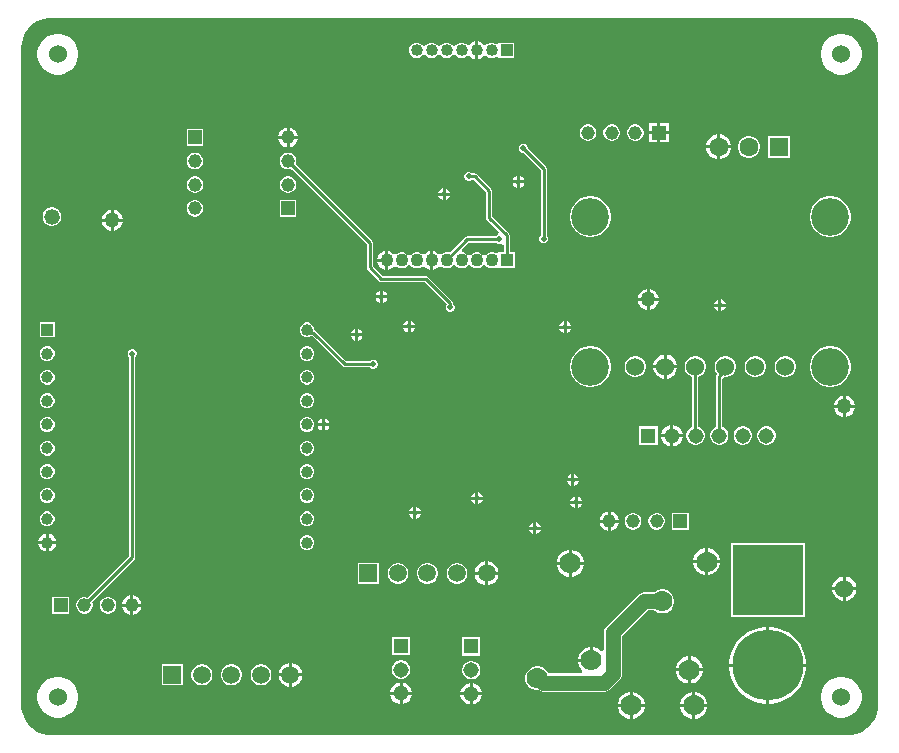
<source format=gbl>
G04*
G04 #@! TF.GenerationSoftware,Altium Limited,Altium Designer,25.8.1 (18)*
G04*
G04 Layer_Physical_Order=2*
G04 Layer_Color=16711680*
%FSLAX25Y25*%
%MOIN*%
G70*
G04*
G04 #@! TF.SameCoordinates,C76D9226-5B89-478B-BDFE-737DA55DB7C2*
G04*
G04*
G04 #@! TF.FilePolarity,Positive*
G04*
G01*
G75*
%ADD12C,0.01000*%
%ADD34R,0.04528X0.04528*%
%ADD66C,0.06000*%
%ADD75C,0.05000*%
%ADD78R,0.23622X0.23622*%
%ADD79C,0.06024*%
%ADD80R,0.05937X0.05937*%
%ADD81C,0.04528*%
%ADD82R,0.03976X0.03976*%
%ADD83R,0.05150X0.05150*%
%ADD84C,0.03976*%
%ADD85R,0.04528X0.04528*%
%ADD86R,0.03969X0.03969*%
%ADD87C,0.06319*%
%ADD88C,0.05150*%
%ADD89C,0.23622*%
%ADD90C,0.04281*%
%ADD91C,0.05937*%
%ADD92C,0.03969*%
%ADD93R,0.05150X0.05150*%
%ADD94C,0.05200*%
%ADD95R,0.04281X0.04281*%
%ADD96R,0.06319X0.06319*%
%ADD97C,0.12598*%
%ADD98C,0.05000*%
%ADD99C,0.02000*%
%ADD100C,0.07000*%
G36*
X275590Y238740D02*
X276575D01*
X278507Y238356D01*
X280327Y237602D01*
X281965Y236508D01*
X283358Y235115D01*
X284452Y233477D01*
X285206Y231657D01*
X285591Y229725D01*
Y228740D01*
X285591D01*
X285591Y9606D01*
X285591D01*
X285591Y9213D01*
X285515Y8244D01*
X285206Y6689D01*
X284452Y4870D01*
X283358Y3232D01*
X281965Y1839D01*
X280327Y744D01*
X278507Y-9D01*
X276575Y-394D01*
X275590D01*
Y-394D01*
X10079Y-394D01*
X9094Y-394D01*
X7162Y-9D01*
X5342Y744D01*
X3704Y1839D01*
X2311Y3232D01*
X1217Y4870D01*
X463Y6689D01*
X79Y8621D01*
Y9606D01*
X79Y228740D01*
X79D01*
X79Y229134D01*
X154Y230103D01*
X463Y231657D01*
X1217Y233477D01*
X2311Y235115D01*
X3704Y236508D01*
X5342Y237602D01*
X7162Y238356D01*
X9094Y238740D01*
X10079D01*
Y238740D01*
X275590Y238740D01*
D02*
G37*
%LPC*%
G36*
X151311Y230834D02*
X150658Y230659D01*
X149976Y230265D01*
X149611Y229900D01*
X149400Y229712D01*
X148349Y229855D01*
X148221Y229983D01*
X147306Y230362D01*
X146316D01*
X145402Y229983D01*
X144915Y229496D01*
X144311Y229367D01*
X143708Y229496D01*
X143220Y229983D01*
X142306Y230362D01*
X141316D01*
X140402Y229983D01*
X139915Y229496D01*
X139311Y229367D01*
X138707Y229496D01*
X138221Y229983D01*
X137306Y230362D01*
X136316D01*
X135402Y229983D01*
X134915Y229496D01*
X134311Y229367D01*
X133707Y229496D01*
X133221Y229983D01*
X132306Y230362D01*
X131316D01*
X130402Y229983D01*
X129702Y229283D01*
X129323Y228369D01*
Y227379D01*
X129702Y226465D01*
X130402Y225765D01*
X131316Y225386D01*
X132306D01*
X133221Y225765D01*
X133707Y226252D01*
X134311Y226381D01*
X134915Y226252D01*
X135402Y225765D01*
X136316Y225386D01*
X137306D01*
X138221Y225765D01*
X138707Y226252D01*
X139311Y226381D01*
X139915Y226252D01*
X140402Y225765D01*
X141316Y225386D01*
X142306D01*
X143220Y225765D01*
X143708Y226252D01*
X144311Y226381D01*
X144915Y226252D01*
X145402Y225765D01*
X146316Y225386D01*
X147306D01*
X148221Y225765D01*
X148349Y225893D01*
X149400Y226037D01*
X149611Y225848D01*
X149976Y225483D01*
X150658Y225090D01*
X151311Y224914D01*
Y227874D01*
Y230834D01*
D02*
G37*
G36*
X152311Y230834D02*
Y227874D01*
Y224914D01*
X152964Y225090D01*
X153646Y225483D01*
X154011Y225848D01*
X154222Y226037D01*
X155273Y225893D01*
X155402Y225765D01*
X156316Y225386D01*
X157306D01*
X158221Y225765D01*
X158323Y225867D01*
X159323Y225453D01*
Y225386D01*
X164299D01*
Y230362D01*
X159323D01*
Y230295D01*
X158323Y229881D01*
X158221Y229983D01*
X157306Y230362D01*
X156316D01*
X155402Y229983D01*
X155273Y229855D01*
X154222Y229712D01*
X154011Y229900D01*
X153646Y230265D01*
X152964Y230659D01*
X152311Y230834D01*
D02*
G37*
G36*
X274056Y233335D02*
X272716D01*
X271403Y233073D01*
X270165Y232561D01*
X269052Y231817D01*
X268105Y230870D01*
X267360Y229756D01*
X266848Y228519D01*
X266587Y227205D01*
Y225866D01*
X266848Y224552D01*
X267360Y223315D01*
X268105Y222201D01*
X269052Y221254D01*
X270165Y220510D01*
X271403Y219998D01*
X272716Y219736D01*
X274056D01*
X275369Y219998D01*
X276606Y220510D01*
X277720Y221254D01*
X278667Y222201D01*
X279411Y223315D01*
X279924Y224552D01*
X280185Y225866D01*
Y227205D01*
X279924Y228519D01*
X279411Y229756D01*
X278667Y230870D01*
X277720Y231817D01*
X276606Y232561D01*
X275369Y233073D01*
X274056Y233335D01*
D02*
G37*
G36*
X12874D02*
X11535D01*
X10221Y233073D01*
X8984Y232561D01*
X7870Y231817D01*
X6923Y230870D01*
X6179Y229756D01*
X5667Y228519D01*
X5406Y227205D01*
Y225866D01*
X5667Y224552D01*
X6179Y223315D01*
X6923Y222201D01*
X7870Y221254D01*
X8984Y220510D01*
X10221Y219998D01*
X11535Y219736D01*
X12874D01*
X14188Y219998D01*
X15425Y220510D01*
X16539Y221254D01*
X17486Y222201D01*
X18230Y223315D01*
X18743Y224552D01*
X19004Y225866D01*
Y227205D01*
X18743Y228519D01*
X18230Y229756D01*
X17486Y230870D01*
X16539Y231817D01*
X15425Y232561D01*
X14188Y233073D01*
X12874Y233335D01*
D02*
G37*
G36*
X215862Y203658D02*
X213098D01*
Y200894D01*
X215862D01*
Y203658D01*
D02*
G37*
G36*
X212098D02*
X209335D01*
Y200894D01*
X212098D01*
Y203658D01*
D02*
G37*
G36*
X89476Y202064D02*
Y199319D01*
X92221D01*
X92018Y200079D01*
X91588Y200823D01*
X90980Y201431D01*
X90236Y201860D01*
X89476Y202064D01*
D02*
G37*
G36*
X88476D02*
X87717Y201860D01*
X86972Y201431D01*
X86365Y200823D01*
X85935Y200079D01*
X85731Y199319D01*
X88476D01*
Y202064D01*
D02*
G37*
G36*
X205088Y203157D02*
X204361D01*
X203658Y202969D01*
X203027Y202605D01*
X202513Y202091D01*
X202149Y201461D01*
X201961Y200758D01*
Y200030D01*
X202149Y199327D01*
X202513Y198697D01*
X203027Y198182D01*
X203658Y197818D01*
X204361Y197630D01*
X205088D01*
X205791Y197818D01*
X206421Y198182D01*
X206936Y198697D01*
X207300Y199327D01*
X207488Y200030D01*
Y200758D01*
X207300Y201461D01*
X206936Y202091D01*
X206421Y202605D01*
X205791Y202969D01*
X205088Y203157D01*
D02*
G37*
G36*
X197214D02*
X196486D01*
X195784Y202969D01*
X195153Y202605D01*
X194639Y202091D01*
X194275Y201461D01*
X194087Y200758D01*
Y200030D01*
X194275Y199327D01*
X194639Y198697D01*
X195153Y198182D01*
X195784Y197818D01*
X196486Y197630D01*
X197214D01*
X197917Y197818D01*
X198547Y198182D01*
X199062Y198697D01*
X199426Y199327D01*
X199614Y200030D01*
Y200758D01*
X199426Y201461D01*
X199062Y202091D01*
X198547Y202605D01*
X197917Y202969D01*
X197214Y203157D01*
D02*
G37*
G36*
X189340D02*
X188612D01*
X187910Y202969D01*
X187279Y202605D01*
X186765Y202091D01*
X186401Y201461D01*
X186213Y200758D01*
Y200030D01*
X186401Y199327D01*
X186765Y198697D01*
X187279Y198182D01*
X187910Y197818D01*
X188612Y197630D01*
X189340D01*
X190043Y197818D01*
X190673Y198182D01*
X191188Y198697D01*
X191552Y199327D01*
X191740Y200030D01*
Y200758D01*
X191552Y201461D01*
X191188Y202091D01*
X190673Y202605D01*
X190043Y202969D01*
X189340Y203157D01*
D02*
G37*
G36*
X215862Y199894D02*
X213098D01*
Y197130D01*
X215862D01*
Y199894D01*
D02*
G37*
G36*
X212098D02*
X209335D01*
Y197130D01*
X212098D01*
Y199894D01*
D02*
G37*
G36*
X233067Y199829D02*
X233020D01*
Y196169D01*
X236679D01*
Y196217D01*
X236396Y197275D01*
X235848Y198223D01*
X235074Y198998D01*
X234125Y199545D01*
X233067Y199829D01*
D02*
G37*
G36*
X232020D02*
X231972D01*
X230914Y199545D01*
X229966Y198998D01*
X229191Y198223D01*
X228644Y197275D01*
X228360Y196217D01*
Y196169D01*
X232020D01*
Y199829D01*
D02*
G37*
G36*
X60638Y201583D02*
X55110D01*
Y196055D01*
X60638D01*
Y201583D01*
D02*
G37*
G36*
X92221Y198319D02*
X89476D01*
Y195574D01*
X90236Y195777D01*
X90980Y196207D01*
X91588Y196815D01*
X92018Y197559D01*
X92221Y198319D01*
D02*
G37*
G36*
X88476D02*
X85731D01*
X85935Y197559D01*
X86365Y196815D01*
X86972Y196207D01*
X87717Y195777D01*
X88476Y195574D01*
Y198319D01*
D02*
G37*
G36*
X256179Y199329D02*
X248860D01*
Y192010D01*
X256179D01*
Y199329D01*
D02*
G37*
G36*
X243002D02*
X242038D01*
X241107Y199079D01*
X240273Y198598D01*
X239591Y197916D01*
X239110Y197082D01*
X238860Y196151D01*
Y195187D01*
X239110Y194257D01*
X239591Y193422D01*
X240273Y192741D01*
X241107Y192259D01*
X242038Y192010D01*
X243002D01*
X243932Y192259D01*
X244767Y192741D01*
X245448Y193422D01*
X245930Y194257D01*
X246179Y195187D01*
Y196151D01*
X245930Y197082D01*
X245448Y197916D01*
X244767Y198598D01*
X243932Y199079D01*
X243002Y199329D01*
D02*
G37*
G36*
X236679Y195169D02*
X233020D01*
Y191510D01*
X233067D01*
X234125Y191793D01*
X235074Y192341D01*
X235848Y193115D01*
X236396Y194064D01*
X236679Y195122D01*
Y195169D01*
D02*
G37*
G36*
X232020D02*
X228360D01*
Y195122D01*
X228644Y194064D01*
X229191Y193115D01*
X229966Y192341D01*
X230914Y191793D01*
X231972Y191510D01*
X232020D01*
Y195169D01*
D02*
G37*
G36*
X58238Y193709D02*
X57510D01*
X56807Y193520D01*
X56177Y193157D01*
X55662Y192642D01*
X55299Y192012D01*
X55110Y191309D01*
Y190581D01*
X55299Y189878D01*
X55662Y189248D01*
X56177Y188733D01*
X56807Y188370D01*
X57510Y188181D01*
X58238D01*
X58941Y188370D01*
X59571Y188733D01*
X60086Y189248D01*
X60449Y189878D01*
X60638Y190581D01*
Y191309D01*
X60449Y192012D01*
X60086Y192642D01*
X59571Y193157D01*
X58941Y193520D01*
X58238Y193709D01*
D02*
G37*
G36*
X166272Y186013D02*
Y184555D01*
X167729D01*
X167467Y185188D01*
X166905Y185751D01*
X166272Y186013D01*
D02*
G37*
G36*
X165272D02*
X164639Y185751D01*
X164076Y185188D01*
X163814Y184555D01*
X165272D01*
Y186013D01*
D02*
G37*
G36*
X167729Y183555D02*
X166272D01*
Y182097D01*
X166905Y182360D01*
X167467Y182922D01*
X167729Y183555D01*
D02*
G37*
G36*
X165272D02*
X163814D01*
X164076Y182922D01*
X164639Y182360D01*
X165272Y182097D01*
Y183555D01*
D02*
G37*
G36*
X141445Y181879D02*
Y180421D01*
X142903D01*
X142640Y181054D01*
X142078Y181617D01*
X141445Y181879D01*
D02*
G37*
G36*
X140445D02*
X139812Y181617D01*
X139249Y181054D01*
X138987Y180421D01*
X140445D01*
Y181879D01*
D02*
G37*
G36*
X89340Y185835D02*
X88613D01*
X87910Y185646D01*
X87279Y185282D01*
X86765Y184768D01*
X86401Y184138D01*
X86213Y183435D01*
Y182707D01*
X86401Y182004D01*
X86765Y181374D01*
X87279Y180859D01*
X87910Y180495D01*
X88613Y180307D01*
X89340D01*
X90043Y180495D01*
X90673Y180859D01*
X91188Y181374D01*
X91552Y182004D01*
X91740Y182707D01*
Y183435D01*
X91552Y184138D01*
X91188Y184768D01*
X90673Y185282D01*
X90043Y185646D01*
X89340Y185835D01*
D02*
G37*
G36*
X58238Y185835D02*
X57510D01*
X56807Y185646D01*
X56177Y185282D01*
X55662Y184768D01*
X55299Y184138D01*
X55110Y183435D01*
Y182707D01*
X55299Y182004D01*
X55662Y181374D01*
X56177Y180859D01*
X56807Y180495D01*
X57510Y180307D01*
X58238D01*
X58941Y180495D01*
X59571Y180859D01*
X60086Y181374D01*
X60449Y182004D01*
X60638Y182707D01*
Y183435D01*
X60449Y184138D01*
X60086Y184768D01*
X59571Y185282D01*
X58941Y185646D01*
X58238Y185835D01*
D02*
G37*
G36*
X142903Y179421D02*
X141445D01*
Y177964D01*
X142078Y178226D01*
X142640Y178788D01*
X142903Y179421D01*
D02*
G37*
G36*
X140445D02*
X138987D01*
X139249Y178788D01*
X139812Y178226D01*
X140445Y177964D01*
Y179421D01*
D02*
G37*
G36*
X91740Y177961D02*
X86213D01*
Y172433D01*
X91740D01*
Y177961D01*
D02*
G37*
G36*
X58238Y177961D02*
X57510D01*
X56807Y177772D01*
X56177Y177408D01*
X55662Y176894D01*
X55299Y176264D01*
X55110Y175561D01*
Y174833D01*
X55299Y174130D01*
X55662Y173500D01*
X56177Y172985D01*
X56807Y172621D01*
X57510Y172433D01*
X58238D01*
X58941Y172621D01*
X59571Y172985D01*
X60086Y173500D01*
X60449Y174130D01*
X60638Y174833D01*
Y175561D01*
X60449Y176264D01*
X60086Y176894D01*
X59571Y177408D01*
X58941Y177772D01*
X58238Y177961D01*
D02*
G37*
G36*
X30815Y174749D02*
Y171760D01*
X33805D01*
X33576Y172611D01*
X33116Y173409D01*
X32464Y174060D01*
X31666Y174521D01*
X30815Y174749D01*
D02*
G37*
G36*
X29815D02*
X28964Y174521D01*
X28166Y174060D01*
X27514Y173409D01*
X27053Y172611D01*
X26825Y171760D01*
X29815D01*
Y174749D01*
D02*
G37*
G36*
X10644Y175541D02*
X9828D01*
X9040Y175330D01*
X8333Y174922D01*
X7756Y174344D01*
X7348Y173637D01*
X7136Y172849D01*
Y172033D01*
X7348Y171244D01*
X7756Y170537D01*
X8333Y169960D01*
X9040Y169552D01*
X9828Y169341D01*
X10644D01*
X11433Y169552D01*
X12140Y169960D01*
X12717Y170537D01*
X13125Y171244D01*
X13336Y172033D01*
Y172849D01*
X13125Y173637D01*
X12717Y174344D01*
X12140Y174922D01*
X11433Y175330D01*
X10644Y175541D01*
D02*
G37*
G36*
X33805Y170760D02*
X30815D01*
Y167770D01*
X31666Y167998D01*
X32464Y168459D01*
X33116Y169111D01*
X33576Y169909D01*
X33805Y170760D01*
D02*
G37*
G36*
X29815D02*
X26825D01*
X27053Y169909D01*
X27514Y169111D01*
X28166Y168459D01*
X28964Y167998D01*
X29815Y167770D01*
Y170760D01*
D02*
G37*
G36*
X270355Y179240D02*
X269015D01*
X267702Y178979D01*
X266464Y178466D01*
X265351Y177722D01*
X264404Y176775D01*
X263660Y175662D01*
X263147Y174424D01*
X262886Y173111D01*
Y171771D01*
X263147Y170458D01*
X263660Y169220D01*
X264404Y168107D01*
X265351Y167160D01*
X266464Y166416D01*
X267702Y165903D01*
X269015Y165642D01*
X270355D01*
X271668Y165903D01*
X272906Y166416D01*
X274019Y167160D01*
X274966Y168107D01*
X275710Y169220D01*
X276223Y170458D01*
X276484Y171771D01*
Y173111D01*
X276223Y174424D01*
X275710Y175662D01*
X274966Y176775D01*
X274019Y177722D01*
X272906Y178466D01*
X271668Y178979D01*
X270355Y179240D01*
D02*
G37*
G36*
X190433D02*
X189094D01*
X187781Y178979D01*
X186543Y178466D01*
X185430Y177722D01*
X184483Y176775D01*
X183739Y175662D01*
X183226Y174424D01*
X182965Y173111D01*
Y171771D01*
X183226Y170458D01*
X183739Y169220D01*
X184483Y168107D01*
X185430Y167160D01*
X186543Y166416D01*
X187781Y165903D01*
X189094Y165642D01*
X190433D01*
X191747Y165903D01*
X192984Y166416D01*
X194098Y167160D01*
X195045Y168107D01*
X195789Y169220D01*
X196301Y170458D01*
X196563Y171771D01*
Y173111D01*
X196301Y174424D01*
X195789Y175662D01*
X195045Y176775D01*
X194098Y177722D01*
X192984Y178466D01*
X191747Y178979D01*
X190433Y179240D01*
D02*
G37*
G36*
X167621Y196776D02*
X167025D01*
X166473Y196547D01*
X166051Y196125D01*
X165823Y195574D01*
Y194977D01*
X166051Y194426D01*
X166473Y194004D01*
X167025Y193776D01*
X167381D01*
X173137Y188020D01*
Y166153D01*
X172885Y165901D01*
X172656Y165350D01*
Y164753D01*
X172885Y164202D01*
X173307Y163780D01*
X173858Y163552D01*
X174455D01*
X175006Y163780D01*
X175428Y164202D01*
X175656Y164753D01*
Y165350D01*
X175428Y165901D01*
X175176Y166153D01*
Y188442D01*
X175098Y188832D01*
X174877Y189163D01*
X168823Y195218D01*
Y195574D01*
X168595Y196125D01*
X168173Y196547D01*
X167621Y196776D01*
D02*
G37*
G36*
X149511Y187327D02*
X148914D01*
X148363Y187098D01*
X147941Y186676D01*
X147713Y186125D01*
Y185528D01*
X147941Y184977D01*
X148363Y184555D01*
X148914Y184327D01*
X149511D01*
X150062Y184555D01*
X150314Y184807D01*
X150759D01*
X155024Y180542D01*
Y171909D01*
X155101Y171519D01*
X155322Y171188D01*
X159211Y167300D01*
X158902Y166300D01*
X158350Y166072D01*
X158098Y165820D01*
X148737D01*
X148347Y165742D01*
X148016Y165521D01*
X142830Y160335D01*
X142159Y160515D01*
X141463D01*
X140792Y160335D01*
X140327Y160066D01*
X139351Y159809D01*
X139001Y160125D01*
X138739Y160387D01*
X138023Y160801D01*
X137311Y160991D01*
Y157874D01*
Y154757D01*
X138023Y154947D01*
X138739Y155361D01*
X139001Y155623D01*
X139351Y155939D01*
X140327Y155682D01*
X140792Y155413D01*
X141463Y155234D01*
X142159D01*
X142830Y155413D01*
X143432Y155761D01*
X143683Y156011D01*
X144311Y156161D01*
X144939Y156011D01*
X145190Y155761D01*
X145792Y155413D01*
X146463Y155234D01*
X147159D01*
X147830Y155413D01*
X148432Y155761D01*
X148683Y156011D01*
X149311Y156161D01*
X149939Y156011D01*
X150190Y155761D01*
X150792Y155413D01*
X151463Y155234D01*
X152159D01*
X152830Y155413D01*
X153432Y155761D01*
X153683Y156011D01*
X154311Y156161D01*
X154939Y156011D01*
X155190Y155761D01*
X155792Y155413D01*
X156463Y155234D01*
X157159D01*
X157830Y155413D01*
X158170Y155610D01*
X159170Y155234D01*
Y155234D01*
X164452D01*
Y160515D01*
X162831D01*
Y166142D01*
X162753Y166532D01*
X162532Y166863D01*
X157063Y172332D01*
Y180965D01*
X156985Y181355D01*
X156764Y181685D01*
X151902Y186548D01*
X151571Y186769D01*
X151181Y186846D01*
X150314D01*
X150062Y187098D01*
X149511Y187327D01*
D02*
G37*
G36*
X121311Y160991D02*
X120599Y160801D01*
X119883Y160387D01*
X119298Y159802D01*
X118885Y159086D01*
X118694Y158374D01*
X121311D01*
Y160991D01*
D02*
G37*
G36*
X122311Y160991D02*
Y157874D01*
Y154757D01*
X123023Y154947D01*
X123739Y155361D01*
X124001Y155623D01*
X124351Y155939D01*
X125327Y155682D01*
X125792Y155413D01*
X126463Y155234D01*
X127159D01*
X127830Y155413D01*
X128432Y155761D01*
X128683Y156011D01*
X129311Y156161D01*
X129939Y156011D01*
X130190Y155761D01*
X130792Y155413D01*
X131463Y155234D01*
X132159D01*
X132830Y155413D01*
X133296Y155682D01*
X134271Y155939D01*
X134621Y155623D01*
X134883Y155361D01*
X135599Y154947D01*
X136311Y154757D01*
Y157874D01*
Y160991D01*
X135599Y160801D01*
X134883Y160387D01*
X134621Y160125D01*
X134271Y159809D01*
X133296Y160066D01*
X132830Y160335D01*
X132159Y160515D01*
X131463D01*
X130792Y160335D01*
X130190Y159987D01*
X129939Y159737D01*
X129311Y159587D01*
X128683Y159737D01*
X128432Y159987D01*
X127830Y160335D01*
X127159Y160515D01*
X126463D01*
X125792Y160335D01*
X125327Y160066D01*
X124351Y159809D01*
X124001Y160125D01*
X123739Y160387D01*
X123023Y160801D01*
X122311Y160991D01*
D02*
G37*
G36*
X121311Y157374D02*
X118694D01*
X118885Y156662D01*
X119298Y155946D01*
X119883Y155361D01*
X120599Y154947D01*
X121311Y154757D01*
Y157374D01*
D02*
G37*
G36*
X120579Y147627D02*
Y146169D01*
X122036D01*
X121774Y146802D01*
X121212Y147365D01*
X120579Y147627D01*
D02*
G37*
G36*
X119579D02*
X118946Y147365D01*
X118383Y146802D01*
X118121Y146169D01*
X119579D01*
Y147627D01*
D02*
G37*
G36*
X209469Y148352D02*
Y145362D01*
X212458D01*
X212230Y146213D01*
X211769Y147011D01*
X211118Y147663D01*
X210319Y148124D01*
X209469Y148352D01*
D02*
G37*
G36*
X208469D02*
X207618Y148124D01*
X206820Y147663D01*
X206168Y147011D01*
X205707Y146213D01*
X205479Y145362D01*
X208469D01*
Y148352D01*
D02*
G37*
G36*
X122036Y145169D02*
X120579D01*
Y143712D01*
X121212Y143974D01*
X121774Y144536D01*
X122036Y145169D01*
D02*
G37*
G36*
X119579D02*
X118121D01*
X118383Y144536D01*
X118946Y143974D01*
X119579Y143712D01*
Y145169D01*
D02*
G37*
G36*
X233425Y144871D02*
Y143413D01*
X234883D01*
X234621Y144046D01*
X234058Y144609D01*
X233425Y144871D01*
D02*
G37*
G36*
X232425D02*
X231792Y144609D01*
X231230Y144046D01*
X230967Y143413D01*
X232425D01*
Y144871D01*
D02*
G37*
G36*
X212458Y144362D02*
X209469D01*
Y141373D01*
X210319Y141601D01*
X211118Y142061D01*
X211769Y142713D01*
X212230Y143511D01*
X212458Y144362D01*
D02*
G37*
G36*
X208469D02*
X205479D01*
X205707Y143511D01*
X206168Y142713D01*
X206820Y142061D01*
X207618Y141601D01*
X208469Y141373D01*
Y144362D01*
D02*
G37*
G36*
X234883Y142413D02*
X233425D01*
Y140956D01*
X234058Y141218D01*
X234621Y141780D01*
X234883Y142413D01*
D02*
G37*
G36*
X232425D02*
X230967D01*
X231230Y141780D01*
X231792Y141218D01*
X232425Y140956D01*
Y142413D01*
D02*
G37*
G36*
X89340Y193709D02*
X88613D01*
X87910Y193520D01*
X87279Y193157D01*
X86765Y192642D01*
X86401Y192012D01*
X86213Y191309D01*
Y190581D01*
X86401Y189878D01*
X86765Y189248D01*
X87279Y188733D01*
X87910Y188370D01*
X88613Y188181D01*
X89340D01*
X90043Y188370D01*
X90086Y188394D01*
X115122Y163357D01*
Y155492D01*
X115200Y155102D01*
X115421Y154771D01*
X119338Y150854D01*
X119669Y150633D01*
X120059Y150555D01*
X134617D01*
X141963Y143209D01*
Y143197D01*
X141742Y142976D01*
X141513Y142424D01*
Y141828D01*
X141742Y141276D01*
X142164Y140854D01*
X142715Y140626D01*
X143312D01*
X143863Y140854D01*
X144285Y141276D01*
X144513Y141828D01*
Y142424D01*
X144285Y142976D01*
X144003Y143258D01*
Y143631D01*
X143925Y144021D01*
X143704Y144352D01*
X135760Y152296D01*
X135430Y152517D01*
X135039Y152594D01*
X120481D01*
X117161Y155914D01*
Y163779D01*
X117084Y164170D01*
X116863Y164500D01*
X91527Y189836D01*
X91552Y189878D01*
X91740Y190581D01*
Y191309D01*
X91552Y192012D01*
X91188Y192642D01*
X90673Y193157D01*
X90043Y193520D01*
X89340Y193709D01*
D02*
G37*
G36*
X129800Y137758D02*
Y136300D01*
X131258D01*
X130996Y136933D01*
X130433Y137496D01*
X129800Y137758D01*
D02*
G37*
G36*
X128800D02*
X128167Y137496D01*
X127604Y136933D01*
X127342Y136300D01*
X128800D01*
Y137758D01*
D02*
G37*
G36*
X181895Y137492D02*
Y136034D01*
X183352D01*
X183090Y136667D01*
X182528Y137230D01*
X181895Y137492D01*
D02*
G37*
G36*
X180895D02*
X180262Y137230D01*
X179699Y136667D01*
X179437Y136034D01*
X180895D01*
Y137492D01*
D02*
G37*
G36*
X131258Y135300D02*
X129800D01*
Y133842D01*
X130433Y134105D01*
X130996Y134667D01*
X131258Y135300D01*
D02*
G37*
G36*
X128800D02*
X127342D01*
X127604Y134667D01*
X128167Y134105D01*
X128800Y133842D01*
Y135300D01*
D02*
G37*
G36*
X183352Y135034D02*
X181895D01*
Y133577D01*
X182528Y133839D01*
X183090Y134401D01*
X183352Y135034D01*
D02*
G37*
G36*
X180895D02*
X179437D01*
X179699Y134401D01*
X180262Y133839D01*
X180895Y133577D01*
Y135034D01*
D02*
G37*
G36*
X112311Y135029D02*
Y133571D01*
X113769D01*
X113506Y134204D01*
X112944Y134766D01*
X112311Y135029D01*
D02*
G37*
G36*
X111311D02*
X110678Y134766D01*
X110116Y134204D01*
X109853Y133571D01*
X111311D01*
Y135029D01*
D02*
G37*
G36*
X11146Y137130D02*
X6177D01*
Y132161D01*
X11146D01*
Y137130D01*
D02*
G37*
G36*
X113769Y132571D02*
X112311D01*
Y131113D01*
X112944Y131375D01*
X113506Y131938D01*
X113769Y132571D01*
D02*
G37*
G36*
X111311D02*
X109853D01*
X110116Y131938D01*
X110678Y131375D01*
X111311Y131113D01*
Y132571D01*
D02*
G37*
G36*
X95770Y129256D02*
X94781D01*
X93868Y128878D01*
X93169Y128179D01*
X92791Y127266D01*
Y126277D01*
X93169Y125364D01*
X93868Y124666D01*
X94781Y124287D01*
X95770D01*
X96683Y124666D01*
X97382Y125364D01*
X97760Y126277D01*
Y127266D01*
X97382Y128179D01*
X96683Y128878D01*
X95770Y129256D01*
D02*
G37*
G36*
X9156D02*
X8167D01*
X7254Y128878D01*
X6555Y128179D01*
X6177Y127266D01*
Y126277D01*
X6555Y125364D01*
X7254Y124666D01*
X8167Y124287D01*
X9156D01*
X10069Y124666D01*
X10768Y125364D01*
X11146Y126277D01*
Y127266D01*
X10768Y128179D01*
X10069Y128878D01*
X9156Y129256D01*
D02*
G37*
G36*
X215213Y126453D02*
X215185D01*
Y122941D01*
X218697D01*
Y122969D01*
X218424Y123989D01*
X217895Y124904D01*
X217148Y125651D01*
X216234Y126179D01*
X215213Y126453D01*
D02*
G37*
G36*
X214185D02*
X214157D01*
X213137Y126179D01*
X212222Y125651D01*
X211475Y124904D01*
X210947Y123989D01*
X210673Y122969D01*
Y122941D01*
X214185D01*
Y126453D01*
D02*
G37*
G36*
X95770Y137130D02*
X94781D01*
X93868Y136752D01*
X93169Y136053D01*
X92791Y135140D01*
Y134151D01*
X93169Y133238D01*
X93868Y132540D01*
X94781Y132161D01*
X95770D01*
X96683Y132540D01*
X96902Y132759D01*
X107153Y122507D01*
X107484Y122286D01*
X107874Y122209D01*
X116221D01*
X116473Y121957D01*
X117025Y121728D01*
X117621D01*
X118173Y121957D01*
X118595Y122379D01*
X118823Y122930D01*
Y123527D01*
X118595Y124078D01*
X118173Y124500D01*
X117621Y124728D01*
X117025D01*
X116473Y124500D01*
X116221Y124248D01*
X108296D01*
X98051Y134494D01*
X97760Y134688D01*
Y135140D01*
X97382Y136053D01*
X96683Y136752D01*
X95770Y137130D01*
D02*
G37*
G36*
X255147Y125953D02*
X254223D01*
X253330Y125713D01*
X252529Y125251D01*
X251875Y124597D01*
X251413Y123796D01*
X251173Y122903D01*
Y121979D01*
X251413Y121086D01*
X251875Y120285D01*
X252529Y119631D01*
X253330Y119168D01*
X254223Y118929D01*
X255147D01*
X256041Y119168D01*
X256841Y119631D01*
X257495Y120285D01*
X257958Y121086D01*
X258197Y121979D01*
Y122903D01*
X257958Y123796D01*
X257495Y124597D01*
X256841Y125251D01*
X256041Y125713D01*
X255147Y125953D01*
D02*
G37*
G36*
X245147D02*
X244223D01*
X243330Y125713D01*
X242529Y125251D01*
X241875Y124597D01*
X241413Y123796D01*
X241173Y122903D01*
Y121979D01*
X241413Y121086D01*
X241875Y120285D01*
X242529Y119631D01*
X243330Y119168D01*
X244223Y118929D01*
X245147D01*
X246041Y119168D01*
X246841Y119631D01*
X247495Y120285D01*
X247957Y121086D01*
X248197Y121979D01*
Y122903D01*
X247957Y123796D01*
X247495Y124597D01*
X246841Y125251D01*
X246041Y125713D01*
X245147Y125953D01*
D02*
G37*
G36*
X205147D02*
X204223D01*
X203329Y125713D01*
X202529Y125251D01*
X201875Y124597D01*
X201413Y123796D01*
X201173Y122903D01*
Y121979D01*
X201413Y121086D01*
X201875Y120285D01*
X202529Y119631D01*
X203329Y119168D01*
X204223Y118929D01*
X205147D01*
X206041Y119168D01*
X206841Y119631D01*
X207495Y120285D01*
X207958Y121086D01*
X208197Y121979D01*
Y122903D01*
X207958Y123796D01*
X207495Y124597D01*
X206841Y125251D01*
X206041Y125713D01*
X205147Y125953D01*
D02*
G37*
G36*
X218697Y121941D02*
X215185D01*
Y118429D01*
X215213D01*
X216234Y118703D01*
X217148Y119231D01*
X217895Y119978D01*
X218424Y120893D01*
X218697Y121913D01*
Y121941D01*
D02*
G37*
G36*
X214185D02*
X210673D01*
Y121913D01*
X210947Y120893D01*
X211475Y119978D01*
X212222Y119231D01*
X213137Y118703D01*
X214157Y118429D01*
X214185D01*
Y121941D01*
D02*
G37*
G36*
X95770Y121382D02*
X94781D01*
X93868Y121004D01*
X93169Y120305D01*
X92791Y119392D01*
Y118403D01*
X93169Y117490D01*
X93868Y116792D01*
X94781Y116413D01*
X95770D01*
X96683Y116792D01*
X97382Y117490D01*
X97760Y118403D01*
Y119392D01*
X97382Y120305D01*
X96683Y121004D01*
X95770Y121382D01*
D02*
G37*
G36*
X9156D02*
X8167D01*
X7254Y121004D01*
X6555Y120305D01*
X6177Y119392D01*
Y118403D01*
X6555Y117490D01*
X7254Y116792D01*
X8167Y116413D01*
X9156D01*
X10069Y116792D01*
X10768Y117490D01*
X11146Y118403D01*
Y119392D01*
X10768Y120305D01*
X10069Y121004D01*
X9156Y121382D01*
D02*
G37*
G36*
X270355Y129240D02*
X269015D01*
X267702Y128979D01*
X266464Y128466D01*
X265351Y127722D01*
X264404Y126775D01*
X263660Y125662D01*
X263147Y124424D01*
X262886Y123111D01*
Y121771D01*
X263147Y120458D01*
X263660Y119220D01*
X264404Y118107D01*
X265351Y117160D01*
X266464Y116416D01*
X267702Y115903D01*
X269015Y115642D01*
X270355D01*
X271668Y115903D01*
X272906Y116416D01*
X274019Y117160D01*
X274966Y118107D01*
X275710Y119220D01*
X276223Y120458D01*
X276484Y121771D01*
Y123111D01*
X276223Y124424D01*
X275710Y125662D01*
X274966Y126775D01*
X274019Y127722D01*
X272906Y128466D01*
X271668Y128979D01*
X270355Y129240D01*
D02*
G37*
G36*
X190433D02*
X189094D01*
X187781Y128979D01*
X186543Y128466D01*
X185430Y127722D01*
X184483Y126775D01*
X183739Y125662D01*
X183226Y124424D01*
X182965Y123111D01*
Y121771D01*
X183226Y120458D01*
X183739Y119220D01*
X184483Y118107D01*
X185430Y117160D01*
X186543Y116416D01*
X187781Y115903D01*
X189094Y115642D01*
X190433D01*
X191747Y115903D01*
X192984Y116416D01*
X194098Y117160D01*
X195045Y118107D01*
X195789Y119220D01*
X196301Y120458D01*
X196563Y121771D01*
Y123111D01*
X196301Y124424D01*
X195789Y125662D01*
X195045Y126775D01*
X194098Y127722D01*
X192984Y128466D01*
X191747Y128979D01*
X190433Y129240D01*
D02*
G37*
G36*
X274886Y112741D02*
Y109752D01*
X277875D01*
X277647Y110603D01*
X277186Y111401D01*
X276535Y112053D01*
X275737Y112513D01*
X274886Y112741D01*
D02*
G37*
G36*
X273886D02*
X273035Y112513D01*
X272237Y112053D01*
X271585Y111401D01*
X271124Y110603D01*
X270896Y109752D01*
X273886D01*
Y112741D01*
D02*
G37*
G36*
X95770Y113508D02*
X94781D01*
X93868Y113130D01*
X93169Y112431D01*
X92791Y111518D01*
Y110529D01*
X93169Y109616D01*
X93868Y108918D01*
X94781Y108539D01*
X95770D01*
X96683Y108918D01*
X97382Y109616D01*
X97760Y110529D01*
Y111518D01*
X97382Y112431D01*
X96683Y113130D01*
X95770Y113508D01*
D02*
G37*
G36*
X9156D02*
X8167D01*
X7254Y113130D01*
X6555Y112431D01*
X6177Y111518D01*
Y110529D01*
X6555Y109616D01*
X7254Y108918D01*
X8167Y108539D01*
X9156D01*
X10069Y108918D01*
X10768Y109616D01*
X11146Y110529D01*
Y111518D01*
X10768Y112431D01*
X10069Y113130D01*
X9156Y113508D01*
D02*
G37*
G36*
X277875Y108752D02*
X274886D01*
Y105763D01*
X275737Y105991D01*
X276535Y106451D01*
X277186Y107103D01*
X277647Y107901D01*
X277875Y108752D01*
D02*
G37*
G36*
X273886D02*
X270896D01*
X271124Y107901D01*
X271585Y107103D01*
X272237Y106451D01*
X273035Y105991D01*
X273886Y105763D01*
Y108752D01*
D02*
G37*
G36*
X101287Y105107D02*
Y103650D01*
X102745D01*
X102483Y104282D01*
X101920Y104845D01*
X101287Y105107D01*
D02*
G37*
G36*
X100287D02*
X99655Y104845D01*
X99092Y104282D01*
X98830Y103650D01*
X100287D01*
Y105107D01*
D02*
G37*
G36*
X102745Y102650D02*
X101287D01*
Y101192D01*
X101920Y101454D01*
X102483Y102017D01*
X102745Y102650D01*
D02*
G37*
G36*
X100287D02*
X98830D01*
X99092Y102017D01*
X99655Y101454D01*
X100287Y101192D01*
Y102650D01*
D02*
G37*
G36*
X95770Y105634D02*
X94781D01*
X93868Y105256D01*
X93169Y104557D01*
X92791Y103644D01*
Y102655D01*
X93169Y101742D01*
X93868Y101044D01*
X94781Y100665D01*
X95770D01*
X96683Y101044D01*
X97382Y101742D01*
X97760Y102655D01*
Y103644D01*
X97382Y104557D01*
X96683Y105256D01*
X95770Y105634D01*
D02*
G37*
G36*
X9156D02*
X8167D01*
X7254Y105256D01*
X6555Y104557D01*
X6177Y103644D01*
Y102655D01*
X6555Y101742D01*
X7254Y101044D01*
X8167Y100665D01*
X9156D01*
X10069Y101044D01*
X10768Y101742D01*
X11146Y102655D01*
Y103644D01*
X10768Y104557D01*
X10069Y105256D01*
X9156Y105634D01*
D02*
G37*
G36*
X217429Y102976D02*
Y99910D01*
X220496D01*
X220260Y100789D01*
X219790Y101604D01*
X219124Y102270D01*
X218309Y102741D01*
X217429Y102976D01*
D02*
G37*
G36*
X216429D02*
X215549Y102741D01*
X214734Y102270D01*
X214069Y101604D01*
X213598Y100789D01*
X213362Y99910D01*
X216429D01*
Y102976D01*
D02*
G37*
G36*
X248830Y102484D02*
X248020D01*
X247238Y102275D01*
X246537Y101870D01*
X245965Y101297D01*
X245560Y100596D01*
X245350Y99814D01*
Y99005D01*
X245560Y98223D01*
X245965Y97522D01*
X246537Y96949D01*
X247238Y96544D01*
X248020Y96335D01*
X248830D01*
X249612Y96544D01*
X250313Y96949D01*
X250886Y97522D01*
X251290Y98223D01*
X251500Y99005D01*
Y99814D01*
X251290Y100596D01*
X250886Y101297D01*
X250313Y101870D01*
X249612Y102275D01*
X248830Y102484D01*
D02*
G37*
G36*
X240956D02*
X240146D01*
X239364Y102275D01*
X238663Y101870D01*
X238091Y101297D01*
X237686Y100596D01*
X237476Y99814D01*
Y99005D01*
X237686Y98223D01*
X238091Y97522D01*
X238663Y96949D01*
X239364Y96544D01*
X240146Y96335D01*
X240956D01*
X241738Y96544D01*
X242439Y96949D01*
X243012Y97522D01*
X243416Y98223D01*
X243626Y99005D01*
Y99814D01*
X243416Y100596D01*
X243012Y101297D01*
X242439Y101870D01*
X241738Y102275D01*
X240956Y102484D01*
D02*
G37*
G36*
X235147Y125953D02*
X234223D01*
X233330Y125713D01*
X232529Y125251D01*
X231875Y124597D01*
X231413Y123796D01*
X231173Y122903D01*
Y121979D01*
X231413Y121086D01*
X231875Y120285D01*
X232026Y120134D01*
X231956Y120064D01*
X231735Y119734D01*
X231658Y119343D01*
Y102320D01*
X231490Y102275D01*
X230789Y101870D01*
X230217Y101297D01*
X229812Y100596D01*
X229602Y99814D01*
Y99005D01*
X229812Y98223D01*
X230217Y97522D01*
X230789Y96949D01*
X231490Y96544D01*
X232272Y96335D01*
X233082D01*
X233864Y96544D01*
X234565Y96949D01*
X235138Y97522D01*
X235542Y98223D01*
X235752Y99005D01*
Y99814D01*
X235542Y100596D01*
X235138Y101297D01*
X234565Y101870D01*
X233864Y102275D01*
X233697Y102320D01*
Y118035D01*
X234223Y118929D01*
X235147D01*
X236041Y119168D01*
X236841Y119631D01*
X237495Y120285D01*
X237958Y121086D01*
X238197Y121979D01*
Y122903D01*
X237958Y123796D01*
X237495Y124597D01*
X236841Y125251D01*
X236041Y125713D01*
X235147Y125953D01*
D02*
G37*
G36*
X225147D02*
X224223D01*
X223330Y125713D01*
X222529Y125251D01*
X221875Y124597D01*
X221413Y123796D01*
X221173Y122903D01*
Y121979D01*
X221413Y121086D01*
X221875Y120285D01*
X222529Y119631D01*
X223330Y119168D01*
X223725Y119063D01*
Y102304D01*
X223616Y102275D01*
X222915Y101870D01*
X222343Y101297D01*
X221938Y100596D01*
X221728Y99814D01*
Y99005D01*
X221938Y98223D01*
X222343Y97522D01*
X222915Y96949D01*
X223616Y96544D01*
X224398Y96335D01*
X225208D01*
X225990Y96544D01*
X226691Y96949D01*
X227264Y97522D01*
X227668Y98223D01*
X227878Y99005D01*
Y99814D01*
X227668Y100596D01*
X227264Y101297D01*
X226691Y101870D01*
X225990Y102275D01*
X225764Y102335D01*
Y119094D01*
X226041Y119168D01*
X226841Y119631D01*
X227495Y120285D01*
X227958Y121086D01*
X228197Y121979D01*
Y122903D01*
X227958Y123796D01*
X227495Y124597D01*
X226841Y125251D01*
X226041Y125713D01*
X225147Y125953D01*
D02*
G37*
G36*
X212130Y102484D02*
X205980D01*
Y96335D01*
X212130D01*
Y102484D01*
D02*
G37*
G36*
X220496Y98909D02*
X217429D01*
Y95842D01*
X218309Y96078D01*
X219124Y96549D01*
X219790Y97215D01*
X220260Y98030D01*
X220496Y98909D01*
D02*
G37*
G36*
X216429D02*
X213362D01*
X213598Y98030D01*
X214069Y97215D01*
X214734Y96549D01*
X215549Y96078D01*
X216429Y95842D01*
Y98909D01*
D02*
G37*
G36*
X95770Y97760D02*
X94781D01*
X93868Y97382D01*
X93169Y96683D01*
X92791Y95770D01*
Y94781D01*
X93169Y93868D01*
X93868Y93170D01*
X94781Y92791D01*
X95770D01*
X96683Y93170D01*
X97382Y93868D01*
X97760Y94781D01*
Y95770D01*
X97382Y96683D01*
X96683Y97382D01*
X95770Y97760D01*
D02*
G37*
G36*
X9156D02*
X8167D01*
X7254Y97382D01*
X6555Y96683D01*
X6177Y95770D01*
Y94781D01*
X6555Y93868D01*
X7254Y93170D01*
X8167Y92791D01*
X9156D01*
X10069Y93170D01*
X10768Y93868D01*
X11146Y94781D01*
Y95770D01*
X10768Y96683D01*
X10069Y97382D01*
X9156Y97760D01*
D02*
G37*
G36*
X184358Y86603D02*
Y85146D01*
X185816D01*
X185554Y85779D01*
X184991Y86341D01*
X184358Y86603D01*
D02*
G37*
G36*
X183358D02*
X182725Y86341D01*
X182163Y85779D01*
X181901Y85146D01*
X183358D01*
Y86603D01*
D02*
G37*
G36*
X95770Y89886D02*
X94781D01*
X93868Y89508D01*
X93169Y88809D01*
X92791Y87896D01*
Y86907D01*
X93169Y85994D01*
X93868Y85295D01*
X94781Y84917D01*
X95770D01*
X96683Y85295D01*
X97382Y85994D01*
X97760Y86907D01*
Y87896D01*
X97382Y88809D01*
X96683Y89508D01*
X95770Y89886D01*
D02*
G37*
G36*
X9156D02*
X8167D01*
X7254Y89508D01*
X6555Y88809D01*
X6177Y87896D01*
Y86907D01*
X6555Y85994D01*
X7254Y85295D01*
X8167Y84917D01*
X9156D01*
X10069Y85295D01*
X10768Y85994D01*
X11146Y86907D01*
Y87896D01*
X10768Y88809D01*
X10069Y89508D01*
X9156Y89886D01*
D02*
G37*
G36*
X185816Y84146D02*
X184358D01*
Y82688D01*
X184991Y82950D01*
X185554Y83513D01*
X185816Y84146D01*
D02*
G37*
G36*
X183358D02*
X181901D01*
X182163Y83513D01*
X182725Y82950D01*
X183358Y82688D01*
Y84146D01*
D02*
G37*
G36*
X152409Y80481D02*
Y79024D01*
X153867D01*
X153605Y79656D01*
X153042Y80219D01*
X152409Y80481D01*
D02*
G37*
G36*
X151409D02*
X150777Y80219D01*
X150214Y79656D01*
X149952Y79024D01*
X151409D01*
Y80481D01*
D02*
G37*
G36*
X185539Y79123D02*
Y77665D01*
X186997D01*
X186735Y78298D01*
X186172Y78861D01*
X185539Y79123D01*
D02*
G37*
G36*
X184539D02*
X183906Y78861D01*
X183344Y78298D01*
X183082Y77665D01*
X184539D01*
Y79123D01*
D02*
G37*
G36*
X95770Y82012D02*
X94781D01*
X93868Y81634D01*
X93169Y80935D01*
X92791Y80022D01*
Y79033D01*
X93169Y78120D01*
X93868Y77421D01*
X94781Y77043D01*
X95770D01*
X96683Y77421D01*
X97382Y78120D01*
X97760Y79033D01*
Y80022D01*
X97382Y80935D01*
X96683Y81634D01*
X95770Y82012D01*
D02*
G37*
G36*
X9156D02*
X8167D01*
X7254Y81634D01*
X6555Y80935D01*
X6177Y80022D01*
Y79033D01*
X6555Y78120D01*
X7254Y77421D01*
X8167Y77043D01*
X9156D01*
X10069Y77421D01*
X10768Y78120D01*
X11146Y79033D01*
Y80022D01*
X10768Y80935D01*
X10069Y81634D01*
X9156Y82012D01*
D02*
G37*
G36*
X153867Y78024D02*
X152409D01*
Y76566D01*
X153042Y76828D01*
X153605Y77391D01*
X153867Y78024D01*
D02*
G37*
G36*
X151409D02*
X149952D01*
X150214Y77391D01*
X150777Y76828D01*
X151409Y76566D01*
Y78024D01*
D02*
G37*
G36*
X186997Y76665D02*
X185539D01*
Y75208D01*
X186172Y75470D01*
X186735Y76032D01*
X186997Y76665D01*
D02*
G37*
G36*
X184539D02*
X183082D01*
X183344Y76032D01*
X183906Y75470D01*
X184539Y75208D01*
Y76665D01*
D02*
G37*
G36*
X131701Y75678D02*
Y74221D01*
X133159D01*
X132896Y74853D01*
X132334Y75416D01*
X131701Y75678D01*
D02*
G37*
G36*
X130701D02*
X130068Y75416D01*
X129505Y74853D01*
X129243Y74221D01*
X130701D01*
Y75678D01*
D02*
G37*
G36*
X133159Y73220D02*
X131701D01*
Y71763D01*
X132334Y72025D01*
X132896Y72588D01*
X133159Y73220D01*
D02*
G37*
G36*
X130701D02*
X129243D01*
X129505Y72588D01*
X130068Y72025D01*
X130701Y71763D01*
Y73220D01*
D02*
G37*
G36*
X196563Y74111D02*
Y71366D01*
X199308D01*
X199104Y72126D01*
X198675Y72870D01*
X198067Y73478D01*
X197323Y73908D01*
X196563Y74111D01*
D02*
G37*
G36*
X195563D02*
X194803Y73908D01*
X194059Y73478D01*
X193451Y72870D01*
X193022Y72126D01*
X192818Y71366D01*
X195563D01*
Y74111D01*
D02*
G37*
G36*
X95770Y74138D02*
X94781D01*
X93868Y73760D01*
X93169Y73061D01*
X92791Y72148D01*
Y71159D01*
X93169Y70246D01*
X93868Y69547D01*
X94781Y69169D01*
X95770D01*
X96683Y69547D01*
X97382Y70246D01*
X97760Y71159D01*
Y72148D01*
X97382Y73061D01*
X96683Y73760D01*
X95770Y74138D01*
D02*
G37*
G36*
X9156D02*
X8167D01*
X7254Y73760D01*
X6555Y73061D01*
X6177Y72148D01*
Y71159D01*
X6555Y70246D01*
X7254Y69547D01*
X8167Y69169D01*
X9156D01*
X10069Y69547D01*
X10768Y70246D01*
X11146Y71159D01*
Y72148D01*
X10768Y73061D01*
X10069Y73760D01*
X9156Y74138D01*
D02*
G37*
G36*
X171760Y70462D02*
Y69004D01*
X173217D01*
X172955Y69637D01*
X172393Y70200D01*
X171760Y70462D01*
D02*
G37*
G36*
X170760D02*
X170127Y70200D01*
X169564Y69637D01*
X169302Y69004D01*
X170760D01*
Y70462D01*
D02*
G37*
G36*
X222449Y73630D02*
X216921D01*
Y68102D01*
X222449D01*
Y73630D01*
D02*
G37*
G36*
X212175D02*
X211447D01*
X210744Y73442D01*
X210114Y73078D01*
X209599Y72563D01*
X209236Y71933D01*
X209047Y71230D01*
Y70502D01*
X209236Y69799D01*
X209599Y69169D01*
X210114Y68655D01*
X210744Y68291D01*
X211447Y68102D01*
X212175D01*
X212878Y68291D01*
X213508Y68655D01*
X214023Y69169D01*
X214387Y69799D01*
X214575Y70502D01*
Y71230D01*
X214387Y71933D01*
X214023Y72563D01*
X213508Y73078D01*
X212878Y73442D01*
X212175Y73630D01*
D02*
G37*
G36*
X204301D02*
X203573D01*
X202870Y73442D01*
X202240Y73078D01*
X201725Y72563D01*
X201362Y71933D01*
X201173Y71230D01*
Y70502D01*
X201362Y69799D01*
X201725Y69169D01*
X202240Y68655D01*
X202870Y68291D01*
X203573Y68102D01*
X204301D01*
X205004Y68291D01*
X205634Y68655D01*
X206149Y69169D01*
X206512Y69799D01*
X206701Y70502D01*
Y71230D01*
X206512Y71933D01*
X206149Y72563D01*
X205634Y73078D01*
X205004Y73442D01*
X204301Y73630D01*
D02*
G37*
G36*
X199308Y70366D02*
X196563D01*
Y67621D01*
X197323Y67825D01*
X198067Y68255D01*
X198675Y68862D01*
X199104Y69606D01*
X199308Y70366D01*
D02*
G37*
G36*
X195563D02*
X192818D01*
X193022Y69606D01*
X193451Y68862D01*
X194059Y68255D01*
X194803Y67825D01*
X195563Y67621D01*
Y70366D01*
D02*
G37*
G36*
X173217Y68004D02*
X171760D01*
Y66546D01*
X172393Y66808D01*
X172955Y67371D01*
X173217Y68004D01*
D02*
G37*
G36*
X170760D02*
X169302D01*
X169564Y67371D01*
X170127Y66808D01*
X170760Y66546D01*
Y68004D01*
D02*
G37*
G36*
X9161Y66735D02*
Y64280D01*
X11617D01*
X11442Y64931D01*
X11049Y65612D01*
X10494Y66167D01*
X9813Y66560D01*
X9161Y66735D01*
D02*
G37*
G36*
X8161D02*
X7509Y66560D01*
X6829Y66167D01*
X6273Y65612D01*
X5881Y64931D01*
X5706Y64280D01*
X8161D01*
Y66735D01*
D02*
G37*
G36*
X95770Y66264D02*
X94781D01*
X93868Y65886D01*
X93169Y65187D01*
X92791Y64274D01*
Y63285D01*
X93169Y62372D01*
X93868Y61673D01*
X94781Y61295D01*
X95770D01*
X96683Y61673D01*
X97382Y62372D01*
X97760Y63285D01*
Y64274D01*
X97382Y65187D01*
X96683Y65886D01*
X95770Y66264D01*
D02*
G37*
G36*
X11617Y63279D02*
X9161D01*
Y60824D01*
X9813Y60999D01*
X10494Y61392D01*
X11049Y61947D01*
X11442Y62628D01*
X11617Y63279D01*
D02*
G37*
G36*
X8161D02*
X5706D01*
X5881Y62628D01*
X6273Y61947D01*
X6829Y61392D01*
X7509Y60999D01*
X8161Y60824D01*
Y63279D01*
D02*
G37*
G36*
X229045Y61910D02*
X228953D01*
Y57910D01*
X232953D01*
Y58002D01*
X232646Y59146D01*
X232054Y60172D01*
X231216Y61010D01*
X230190Y61603D01*
X229045Y61910D01*
D02*
G37*
G36*
X227953D02*
X227860D01*
X226716Y61603D01*
X225690Y61010D01*
X224852Y60172D01*
X224259Y59146D01*
X223953Y58002D01*
Y57910D01*
X227953D01*
Y61910D01*
D02*
G37*
G36*
X183620Y61370D02*
X183528D01*
Y57370D01*
X187528D01*
Y57463D01*
X187221Y58607D01*
X186628Y59633D01*
X185791Y60471D01*
X184765Y61063D01*
X183620Y61370D01*
D02*
G37*
G36*
X182528D02*
X182435D01*
X181291Y61063D01*
X180264Y60471D01*
X179427Y59633D01*
X178834Y58607D01*
X178528Y57463D01*
Y57370D01*
X182528D01*
Y61370D01*
D02*
G37*
G36*
X155641Y57512D02*
X155618D01*
Y54043D01*
X159087D01*
Y54066D01*
X158816Y55075D01*
X158294Y55980D01*
X157555Y56719D01*
X156650Y57241D01*
X155641Y57512D01*
D02*
G37*
G36*
X154618D02*
X154596D01*
X153586Y57241D01*
X152681Y56719D01*
X151943Y55980D01*
X151420Y55075D01*
X151150Y54066D01*
Y54043D01*
X154618D01*
Y57512D01*
D02*
G37*
G36*
X232953Y56910D02*
X228953D01*
Y52909D01*
X229045D01*
X230190Y53216D01*
X231216Y53809D01*
X232054Y54646D01*
X232646Y55673D01*
X232953Y56817D01*
Y56910D01*
D02*
G37*
G36*
X227953D02*
X223953D01*
Y56817D01*
X224259Y55673D01*
X224852Y54646D01*
X225690Y53809D01*
X226716Y53216D01*
X227860Y52909D01*
X227953D01*
Y56910D01*
D02*
G37*
G36*
X187528Y56370D02*
X183528D01*
Y52370D01*
X183620D01*
X184765Y52677D01*
X185791Y53269D01*
X186628Y54107D01*
X187221Y55133D01*
X187528Y56278D01*
Y56370D01*
D02*
G37*
G36*
X182528D02*
X178528D01*
Y56278D01*
X178834Y55133D01*
X179427Y54107D01*
X180264Y53269D01*
X181291Y52677D01*
X182435Y52370D01*
X182528D01*
Y56370D01*
D02*
G37*
G36*
X145732Y57012D02*
X144819D01*
X143937Y56775D01*
X143146Y56319D01*
X142500Y55673D01*
X142043Y54882D01*
X141807Y54000D01*
Y53087D01*
X142043Y52205D01*
X142500Y51414D01*
X143146Y50768D01*
X143937Y50311D01*
X144819Y50075D01*
X145732D01*
X146614Y50311D01*
X147405Y50768D01*
X148051Y51414D01*
X148508Y52205D01*
X148744Y53087D01*
Y54000D01*
X148508Y54882D01*
X148051Y55673D01*
X147405Y56319D01*
X146614Y56775D01*
X145732Y57012D01*
D02*
G37*
G36*
X135890D02*
X134976D01*
X134094Y56775D01*
X133303Y56319D01*
X132658Y55673D01*
X132201Y54882D01*
X131965Y54000D01*
Y53087D01*
X132201Y52205D01*
X132658Y51414D01*
X133303Y50768D01*
X134094Y50311D01*
X134976Y50075D01*
X135890D01*
X136772Y50311D01*
X137563Y50768D01*
X138209Y51414D01*
X138665Y52205D01*
X138902Y53087D01*
Y54000D01*
X138665Y54882D01*
X138209Y55673D01*
X137563Y56319D01*
X136772Y56775D01*
X135890Y57012D01*
D02*
G37*
G36*
X126047D02*
X125134D01*
X124252Y56775D01*
X123461Y56319D01*
X122815Y55673D01*
X122358Y54882D01*
X122122Y54000D01*
Y53087D01*
X122358Y52205D01*
X122815Y51414D01*
X123461Y50768D01*
X124252Y50311D01*
X125134Y50075D01*
X126047D01*
X126929Y50311D01*
X127720Y50768D01*
X128366Y51414D01*
X128823Y52205D01*
X129059Y53087D01*
Y54000D01*
X128823Y54882D01*
X128366Y55673D01*
X127720Y56319D01*
X126929Y56775D01*
X126047Y57012D01*
D02*
G37*
G36*
X119217D02*
X112279D01*
Y50075D01*
X119217D01*
Y57012D01*
D02*
G37*
G36*
X159087Y53043D02*
X155618D01*
Y49575D01*
X155641D01*
X156650Y49845D01*
X157555Y50368D01*
X158294Y51107D01*
X158816Y52012D01*
X159087Y53021D01*
Y53043D01*
D02*
G37*
G36*
X154618D02*
X151150D01*
Y53021D01*
X151420Y52012D01*
X151943Y51107D01*
X152681Y50368D01*
X153586Y49845D01*
X154596Y49575D01*
X154618D01*
Y53043D01*
D02*
G37*
G36*
X274936Y52425D02*
X274909D01*
Y48925D01*
X278410D01*
Y48952D01*
X278137Y49969D01*
X277610Y50881D01*
X276866Y51626D01*
X275953Y52153D01*
X274936Y52425D01*
D02*
G37*
G36*
X273909D02*
X273883D01*
X272866Y52153D01*
X271953Y51626D01*
X271209Y50881D01*
X270682Y49969D01*
X270409Y48952D01*
Y48925D01*
X273909D01*
Y52425D01*
D02*
G37*
G36*
X214231Y48169D02*
X213178D01*
X212161Y47897D01*
X211249Y47370D01*
X211074Y47195D01*
X207642D01*
X207642Y47195D01*
X206859Y47092D01*
X206129Y46790D01*
X205502Y46309D01*
X205502Y46309D01*
X195136Y35943D01*
X194655Y35316D01*
X194353Y34586D01*
X194250Y33803D01*
Y28115D01*
X193250Y27701D01*
X192846Y28105D01*
X191820Y28697D01*
X190675Y29004D01*
X190583D01*
Y24504D01*
X190083D01*
Y24004D01*
X185583D01*
Y23911D01*
X185889Y22767D01*
X186482Y21741D01*
X187097Y21126D01*
X186804Y20199D01*
X186751Y20126D01*
X175757D01*
X175248Y21007D01*
X174503Y21752D01*
X173591Y22279D01*
X172574Y22551D01*
X171521D01*
X170503Y22279D01*
X169591Y21752D01*
X168846Y21007D01*
X168320Y20095D01*
X168047Y19078D01*
Y18025D01*
X168320Y17007D01*
X168846Y16095D01*
X169591Y15350D01*
X170503Y14824D01*
X171521Y14551D01*
X172433D01*
X172527Y14480D01*
X173257Y14177D01*
X174040Y14074D01*
X194347D01*
X195130Y14177D01*
X195860Y14480D01*
X196486Y14960D01*
X199415Y17889D01*
X199415Y17889D01*
X199896Y18516D01*
X200198Y19246D01*
X200302Y20029D01*
X200302Y20029D01*
Y32550D01*
X208895Y41143D01*
X211074D01*
X211249Y40968D01*
X212161Y40442D01*
X213178Y40169D01*
X214231D01*
X215249Y40442D01*
X216161Y40968D01*
X216905Y41713D01*
X217432Y42625D01*
X217705Y43643D01*
Y44696D01*
X217432Y45713D01*
X216905Y46625D01*
X216161Y47370D01*
X215249Y47897D01*
X214231Y48169D01*
D02*
G37*
G36*
X37306Y128272D02*
X36709D01*
X36158Y128043D01*
X35736Y127621D01*
X35508Y127070D01*
Y126473D01*
X35736Y125922D01*
X35988Y125670D01*
Y59230D01*
X22185Y45427D01*
X22133Y45457D01*
X21430Y45646D01*
X20702D01*
X19999Y45457D01*
X19369Y45094D01*
X18855Y44579D01*
X18491Y43949D01*
X18302Y43246D01*
Y42518D01*
X18491Y41815D01*
X18855Y41185D01*
X19369Y40670D01*
X19999Y40306D01*
X20702Y40118D01*
X21430D01*
X22133Y40306D01*
X22763Y40670D01*
X23278Y41185D01*
X23642Y41815D01*
X23830Y42518D01*
Y43246D01*
X23642Y43949D01*
X23623Y43981D01*
X37729Y58087D01*
X37950Y58418D01*
X38028Y58808D01*
Y125670D01*
X38280Y125922D01*
X38508Y126473D01*
Y127070D01*
X38280Y127621D01*
X37858Y128043D01*
X37306Y128272D01*
D02*
G37*
G36*
X278410Y47925D02*
X274909D01*
Y44425D01*
X274936D01*
X275953Y44698D01*
X276866Y45224D01*
X277610Y45969D01*
X278137Y46881D01*
X278410Y47899D01*
Y47925D01*
D02*
G37*
G36*
X273909D02*
X270409D01*
Y47899D01*
X270682Y46881D01*
X271209Y45969D01*
X271953Y45224D01*
X272866Y44698D01*
X273883Y44425D01*
X273909D01*
Y47925D01*
D02*
G37*
G36*
X37314Y46127D02*
Y43382D01*
X40059D01*
X39856Y44142D01*
X39426Y44886D01*
X38818Y45494D01*
X38074Y45923D01*
X37314Y46127D01*
D02*
G37*
G36*
X36314D02*
X35554Y45923D01*
X34810Y45494D01*
X34203Y44886D01*
X33773Y44142D01*
X33569Y43382D01*
X36314D01*
Y46127D01*
D02*
G37*
G36*
X29304Y45646D02*
X28576D01*
X27873Y45457D01*
X27243Y45094D01*
X26729Y44579D01*
X26365Y43949D01*
X26176Y43246D01*
Y42518D01*
X26365Y41815D01*
X26729Y41185D01*
X27243Y40670D01*
X27873Y40306D01*
X28576Y40118D01*
X29304D01*
X30007Y40306D01*
X30637Y40670D01*
X31152Y41185D01*
X31516Y41815D01*
X31704Y42518D01*
Y43246D01*
X31516Y43949D01*
X31152Y44579D01*
X30637Y45094D01*
X30007Y45457D01*
X29304Y45646D01*
D02*
G37*
G36*
X15956D02*
X10428D01*
Y40118D01*
X15956D01*
Y45646D01*
D02*
G37*
G36*
X40059Y42382D02*
X37314D01*
Y39637D01*
X38074Y39840D01*
X38818Y40270D01*
X39426Y40878D01*
X39856Y41622D01*
X40059Y42382D01*
D02*
G37*
G36*
X36314D02*
X33569D01*
X33773Y41622D01*
X34203Y40878D01*
X34810Y40270D01*
X35554Y39840D01*
X36314Y39637D01*
Y42382D01*
D02*
G37*
G36*
X261130Y63492D02*
X236508D01*
Y38870D01*
X261130D01*
Y63492D01*
D02*
G37*
G36*
X129694Y32350D02*
X123545D01*
Y26201D01*
X129694D01*
Y32350D01*
D02*
G37*
G36*
X153075Y32209D02*
X146925D01*
Y26059D01*
X153075D01*
Y32209D01*
D02*
G37*
G36*
X189583Y29004D02*
X189490D01*
X188346Y28697D01*
X187320Y28105D01*
X186482Y27267D01*
X185889Y26241D01*
X185583Y25096D01*
Y25004D01*
X189583D01*
Y29004D01*
D02*
G37*
G36*
X249827Y35646D02*
X249319D01*
Y23335D01*
X261630D01*
Y23843D01*
X261315Y25835D01*
X260691Y27752D01*
X259776Y29549D01*
X258591Y31181D01*
X257165Y32606D01*
X255533Y33792D01*
X253737Y34707D01*
X251819Y35330D01*
X249827Y35646D01*
D02*
G37*
G36*
X248319D02*
X247811D01*
X245819Y35330D01*
X243901Y34707D01*
X242105Y33792D01*
X240473Y32606D01*
X239047Y31181D01*
X237862Y29549D01*
X236947Y27752D01*
X236323Y25835D01*
X236008Y23843D01*
Y23335D01*
X248319D01*
Y35646D01*
D02*
G37*
G36*
X223297Y25803D02*
X223205D01*
Y21803D01*
X227205D01*
Y21896D01*
X226898Y23040D01*
X226306Y24066D01*
X225468Y24904D01*
X224442Y25497D01*
X223297Y25803D01*
D02*
G37*
G36*
X222205D02*
X222112D01*
X220968Y25497D01*
X219942Y24904D01*
X219104Y24066D01*
X218511Y23040D01*
X218205Y21896D01*
Y21803D01*
X222205D01*
Y25803D01*
D02*
G37*
G36*
X90286Y23654D02*
X90264D01*
Y20185D01*
X93732D01*
Y20208D01*
X93462Y21217D01*
X92939Y22122D01*
X92200Y22861D01*
X91296Y23383D01*
X90286Y23654D01*
D02*
G37*
G36*
X89264D02*
X89241D01*
X88232Y23383D01*
X87327Y22861D01*
X86588Y22122D01*
X86066Y21217D01*
X85795Y20208D01*
Y20185D01*
X89264D01*
Y23654D01*
D02*
G37*
G36*
X127024Y24476D02*
X126215D01*
X125433Y24267D01*
X124732Y23862D01*
X124159Y23290D01*
X123754Y22588D01*
X123545Y21806D01*
Y20997D01*
X123754Y20215D01*
X124159Y19514D01*
X124732Y18941D01*
X125433Y18536D01*
X126215Y18327D01*
X127024D01*
X127806Y18536D01*
X128508Y18941D01*
X129080Y19514D01*
X129485Y20215D01*
X129694Y20997D01*
Y21806D01*
X129485Y22588D01*
X129080Y23290D01*
X128508Y23862D01*
X127806Y24267D01*
X127024Y24476D01*
D02*
G37*
G36*
X150405Y24335D02*
X149595D01*
X148813Y24125D01*
X148112Y23720D01*
X147540Y23148D01*
X147135Y22447D01*
X146925Y21665D01*
Y20855D01*
X147135Y20073D01*
X147540Y19372D01*
X148112Y18799D01*
X148813Y18395D01*
X149595Y18185D01*
X150405D01*
X151187Y18395D01*
X151888Y18799D01*
X152460Y19372D01*
X152865Y20073D01*
X153075Y20855D01*
Y21665D01*
X152865Y22447D01*
X152460Y23148D01*
X151888Y23720D01*
X151187Y24125D01*
X150405Y24335D01*
D02*
G37*
G36*
X227205Y20803D02*
X223205D01*
Y16803D01*
X223297D01*
X224442Y17110D01*
X225468Y17702D01*
X226306Y18540D01*
X226898Y19566D01*
X227205Y20711D01*
Y20803D01*
D02*
G37*
G36*
X222205D02*
X218205D01*
Y20711D01*
X218511Y19566D01*
X219104Y18540D01*
X219942Y17702D01*
X220968Y17110D01*
X222112Y16803D01*
X222205D01*
Y20803D01*
D02*
G37*
G36*
X80378Y23154D02*
X79465D01*
X78583Y22917D01*
X77792Y22460D01*
X77146Y21815D01*
X76689Y21024D01*
X76453Y20142D01*
Y19228D01*
X76689Y18346D01*
X77146Y17555D01*
X77792Y16910D01*
X78583Y16453D01*
X79465Y16217D01*
X80378D01*
X81260Y16453D01*
X82051Y16910D01*
X82697Y17555D01*
X83153Y18346D01*
X83390Y19228D01*
Y20142D01*
X83153Y21024D01*
X82697Y21815D01*
X82051Y22460D01*
X81260Y22917D01*
X80378Y23154D01*
D02*
G37*
G36*
X70535D02*
X69622D01*
X68740Y22917D01*
X67949Y22460D01*
X67303Y21815D01*
X66847Y21024D01*
X66610Y20142D01*
Y19228D01*
X66847Y18346D01*
X67303Y17555D01*
X67949Y16910D01*
X68740Y16453D01*
X69622Y16217D01*
X70535D01*
X71417Y16453D01*
X72208Y16910D01*
X72854Y17555D01*
X73311Y18346D01*
X73547Y19228D01*
Y20142D01*
X73311Y21024D01*
X72854Y21815D01*
X72208Y22460D01*
X71417Y22917D01*
X70535Y23154D01*
D02*
G37*
G36*
X60693D02*
X59780D01*
X58897Y22917D01*
X58106Y22460D01*
X57461Y21815D01*
X57004Y21024D01*
X56768Y20142D01*
Y19228D01*
X57004Y18346D01*
X57461Y17555D01*
X58106Y16910D01*
X58897Y16453D01*
X59780Y16217D01*
X60693D01*
X61575Y16453D01*
X62366Y16910D01*
X63012Y17555D01*
X63468Y18346D01*
X63705Y19228D01*
Y20142D01*
X63468Y21024D01*
X63012Y21815D01*
X62366Y22460D01*
X61575Y22917D01*
X60693Y23154D01*
D02*
G37*
G36*
X53862D02*
X46925D01*
Y16217D01*
X53862D01*
Y23154D01*
D02*
G37*
G36*
X93732Y19185D02*
X90264D01*
Y15717D01*
X90286D01*
X91296Y15987D01*
X92200Y16510D01*
X92939Y17248D01*
X93462Y18153D01*
X93732Y19163D01*
Y19185D01*
D02*
G37*
G36*
X89264D02*
X85795D01*
Y19163D01*
X86066Y18153D01*
X86588Y17248D01*
X87327Y16510D01*
X88232Y15987D01*
X89241Y15717D01*
X89264D01*
Y19185D01*
D02*
G37*
G36*
X127120Y17095D02*
Y14028D01*
X130187D01*
X129951Y14907D01*
X129480Y15723D01*
X128815Y16388D01*
X127999Y16859D01*
X127120Y17095D01*
D02*
G37*
G36*
X126120D02*
X125240Y16859D01*
X124425Y16388D01*
X123759Y15723D01*
X123289Y14907D01*
X123053Y14028D01*
X126120D01*
Y17095D01*
D02*
G37*
G36*
X150500Y16953D02*
Y13886D01*
X153567D01*
X153331Y14766D01*
X152860Y15581D01*
X152195Y16246D01*
X151380Y16717D01*
X150500Y16953D01*
D02*
G37*
G36*
X149500D02*
X148620Y16717D01*
X147805Y16246D01*
X147140Y15581D01*
X146669Y14766D01*
X146433Y13886D01*
X149500D01*
Y16953D01*
D02*
G37*
G36*
X261630Y22335D02*
X249319D01*
Y10024D01*
X249827D01*
X251819Y10339D01*
X253737Y10962D01*
X255533Y11878D01*
X257165Y13063D01*
X258591Y14489D01*
X259776Y16120D01*
X260691Y17917D01*
X261315Y19835D01*
X261630Y21826D01*
Y22335D01*
D02*
G37*
G36*
X248319D02*
X236008D01*
Y21826D01*
X236323Y19835D01*
X236947Y17917D01*
X237862Y16120D01*
X239047Y14489D01*
X240473Y13063D01*
X242105Y11878D01*
X243901Y10962D01*
X245819Y10339D01*
X247811Y10024D01*
X248319D01*
Y22335D01*
D02*
G37*
G36*
X224792Y14000D02*
X224700D01*
Y10000D01*
X228700D01*
Y10092D01*
X228393Y11237D01*
X227801Y12263D01*
X226963Y13101D01*
X225937Y13693D01*
X224792Y14000D01*
D02*
G37*
G36*
X223700D02*
X223608D01*
X222463Y13693D01*
X221437Y13101D01*
X220599Y12263D01*
X220007Y11237D01*
X219700Y10092D01*
Y10000D01*
X223700D01*
Y14000D01*
D02*
G37*
G36*
X203892D02*
X203800D01*
Y10000D01*
X207800D01*
Y10092D01*
X207493Y11237D01*
X206901Y12263D01*
X206063Y13101D01*
X205037Y13693D01*
X203892Y14000D01*
D02*
G37*
G36*
X202800D02*
X202708D01*
X201563Y13693D01*
X200537Y13101D01*
X199699Y12263D01*
X199107Y11237D01*
X198800Y10092D01*
Y10000D01*
X202800D01*
Y14000D01*
D02*
G37*
G36*
X126120Y13028D02*
X123053D01*
X123289Y12148D01*
X123759Y11333D01*
X124425Y10667D01*
X125240Y10196D01*
X126120Y9961D01*
Y13028D01*
D02*
G37*
G36*
X130187D02*
X127120D01*
Y9961D01*
X127999Y10196D01*
X128815Y10667D01*
X129480Y11333D01*
X129951Y12148D01*
X130187Y13028D01*
D02*
G37*
G36*
X153567Y12886D02*
X150500D01*
Y9819D01*
X151380Y10055D01*
X152195Y10525D01*
X152860Y11191D01*
X153331Y12006D01*
X153567Y12886D01*
D02*
G37*
G36*
X149500D02*
X146433D01*
X146669Y12006D01*
X147140Y11191D01*
X147805Y10525D01*
X148620Y10055D01*
X149500Y9819D01*
Y12886D01*
D02*
G37*
G36*
X274056Y19004D02*
X272716D01*
X271403Y18743D01*
X270165Y18230D01*
X269052Y17486D01*
X268105Y16539D01*
X267360Y15425D01*
X266848Y14188D01*
X266587Y12874D01*
Y11535D01*
X266848Y10221D01*
X267360Y8984D01*
X268105Y7870D01*
X269052Y6923D01*
X270165Y6179D01*
X271403Y5667D01*
X272716Y5406D01*
X274056D01*
X275369Y5667D01*
X276606Y6179D01*
X277720Y6923D01*
X278667Y7870D01*
X279411Y8984D01*
X279924Y10221D01*
X280185Y11535D01*
Y12874D01*
X279924Y14188D01*
X279411Y15425D01*
X278667Y16539D01*
X277720Y17486D01*
X276606Y18230D01*
X275369Y18743D01*
X274056Y19004D01*
D02*
G37*
G36*
X12874D02*
X11535D01*
X10221Y18743D01*
X8984Y18230D01*
X7870Y17486D01*
X6923Y16539D01*
X6179Y15425D01*
X5667Y14188D01*
X5406Y12874D01*
Y11535D01*
X5667Y10221D01*
X6179Y8984D01*
X6923Y7870D01*
X7870Y6923D01*
X8984Y6179D01*
X10221Y5667D01*
X11535Y5406D01*
X12874D01*
X14188Y5667D01*
X15425Y6179D01*
X16539Y6923D01*
X17486Y7870D01*
X18230Y8984D01*
X18743Y10221D01*
X19004Y11535D01*
Y12874D01*
X18743Y14188D01*
X18230Y15425D01*
X17486Y16539D01*
X16539Y17486D01*
X15425Y18230D01*
X14188Y18743D01*
X12874Y19004D01*
D02*
G37*
G36*
X228700Y9000D02*
X224700D01*
Y5000D01*
X224792D01*
X225937Y5307D01*
X226963Y5899D01*
X227801Y6737D01*
X228393Y7763D01*
X228700Y8908D01*
Y9000D01*
D02*
G37*
G36*
X223700D02*
X219700D01*
Y8908D01*
X220007Y7763D01*
X220599Y6737D01*
X221437Y5899D01*
X222463Y5307D01*
X223608Y5000D01*
X223700D01*
Y9000D01*
D02*
G37*
G36*
X207800D02*
X203800D01*
Y5000D01*
X203892D01*
X205037Y5307D01*
X206063Y5899D01*
X206901Y6737D01*
X207493Y7763D01*
X207800Y8908D01*
Y9000D01*
D02*
G37*
G36*
X202800D02*
X198800D01*
Y8908D01*
X199107Y7763D01*
X199699Y6737D01*
X200537Y5899D01*
X201563Y5307D01*
X202708Y5000D01*
X202800D01*
Y9000D01*
D02*
G37*
%LPD*%
G36*
X158350Y163528D02*
X158902Y163300D01*
X159498D01*
X159791Y163421D01*
X160552Y163073D01*
X160791Y162856D01*
Y160515D01*
X159170D01*
X159170Y160515D01*
X158170Y160138D01*
X157830Y160335D01*
X157159Y160515D01*
X156463D01*
X155792Y160335D01*
X155190Y159987D01*
X154939Y159737D01*
X154311Y159587D01*
X153683Y159737D01*
X153432Y159987D01*
X152830Y160335D01*
X152159Y160515D01*
X151463D01*
X150792Y160335D01*
X150190Y159987D01*
X149939Y159737D01*
X149311Y159587D01*
X148683Y159737D01*
X148432Y159987D01*
X147830Y160335D01*
X147276Y160483D01*
X147065Y160867D01*
X146894Y161515D01*
X149159Y163780D01*
X158098D01*
X158350Y163528D01*
D02*
G37*
D12*
X37008Y58808D02*
Y126772D01*
X20707Y42507D02*
X37008Y58808D01*
X174156Y165052D02*
Y188442D01*
X141811Y157874D02*
X148737Y164800D01*
X159200D01*
X156043Y171909D02*
Y180965D01*
X151181Y185827D02*
X156043Y180965D01*
Y171909D02*
X161811Y166142D01*
X167323Y195276D02*
X174156Y188442D01*
X149213Y185827D02*
X151181D01*
X161811Y157874D02*
Y166142D01*
X142983Y142156D02*
Y143631D01*
Y142156D02*
X143013Y142126D01*
X135039Y151575D02*
X142983Y143631D01*
X88976Y190945D02*
X116142Y163779D01*
X120059Y151575D02*
X135039D01*
X116142Y155492D02*
Y163779D01*
Y155492D02*
X120059Y151575D01*
X107874Y123228D02*
X117323D01*
X232677Y119343D02*
X234685Y121351D01*
X232677Y99410D02*
Y119343D01*
X234685Y121351D02*
Y122441D01*
X224685D02*
X224744Y122382D01*
Y99468D02*
Y122382D01*
Y99468D02*
X224803Y99410D01*
X95276Y134646D02*
X96079D01*
X96952Y133773D01*
X97330D01*
X107874Y123228D01*
D34*
X219685Y70866D02*
D03*
X13192Y42882D02*
D03*
X212598Y200394D02*
D03*
D66*
X273386Y12205D02*
D03*
Y226535D02*
D03*
X12205Y12205D02*
D03*
Y226535D02*
D03*
X274410Y48425D02*
D03*
D75*
X172047Y18551D02*
X172588D01*
X174040Y17100D02*
X194347D01*
X197276Y20029D02*
Y33803D01*
X172588Y18551D02*
X174040Y17100D01*
X194347D02*
X197276Y20029D01*
X207642Y44169D02*
X213705D01*
X197276Y33803D02*
X207642Y44169D01*
D78*
X248819Y51181D02*
D03*
D79*
X204685Y122441D02*
D03*
X214685D02*
D03*
X244685D02*
D03*
X254685D02*
D03*
X234685D02*
D03*
X224685D02*
D03*
D80*
X115748Y53543D02*
D03*
X50394Y19685D02*
D03*
D81*
X188976Y200394D02*
D03*
X203937Y70866D02*
D03*
X196063D02*
D03*
X88976Y198819D02*
D03*
X36814Y42882D02*
D03*
X21066D02*
D03*
X88976Y190945D02*
D03*
X196850Y200394D02*
D03*
X204724D02*
D03*
X57874Y190945D02*
D03*
Y183071D02*
D03*
Y175197D02*
D03*
X88976Y183071D02*
D03*
X211811Y70866D02*
D03*
X28940Y42882D02*
D03*
D82*
X161811Y227874D02*
D03*
D83*
X209055Y99410D02*
D03*
D84*
X156811Y227874D02*
D03*
X151811D02*
D03*
X131811D02*
D03*
X136811D02*
D03*
X141811D02*
D03*
X146811D02*
D03*
D85*
X88976Y175197D02*
D03*
X57874Y198819D02*
D03*
D86*
X8661Y134646D02*
D03*
D87*
X232520Y195669D02*
D03*
X242520D02*
D03*
D88*
X216929Y99410D02*
D03*
X150000Y13386D02*
D03*
X126620Y13528D02*
D03*
X240551Y99410D02*
D03*
X224803D02*
D03*
X232677D02*
D03*
X248425D02*
D03*
X126620Y21402D02*
D03*
X150000Y21260D02*
D03*
D89*
X248819Y22835D02*
D03*
D90*
X121811Y157874D02*
D03*
X136811D02*
D03*
X146811D02*
D03*
X141811D02*
D03*
X151811D02*
D03*
X126811D02*
D03*
X131811D02*
D03*
X156811D02*
D03*
D91*
X155118Y53543D02*
D03*
X89764Y19685D02*
D03*
X145276Y53543D02*
D03*
X125591D02*
D03*
X135433D02*
D03*
X79921Y19685D02*
D03*
X60236D02*
D03*
X70079D02*
D03*
D92*
X8661Y63779D02*
D03*
Y126772D02*
D03*
Y118898D02*
D03*
Y111024D02*
D03*
Y103150D02*
D03*
Y95276D02*
D03*
Y87402D02*
D03*
Y79528D02*
D03*
Y71653D02*
D03*
X95276Y134646D02*
D03*
Y126772D02*
D03*
Y118898D02*
D03*
Y111024D02*
D03*
Y103150D02*
D03*
Y95276D02*
D03*
Y87402D02*
D03*
Y79528D02*
D03*
Y71653D02*
D03*
Y63779D02*
D03*
D93*
X150000Y29134D02*
D03*
X126620Y29276D02*
D03*
D94*
X10236Y172441D02*
D03*
D95*
X161811Y157874D02*
D03*
D96*
X252520Y195669D02*
D03*
D97*
X269685Y172441D02*
D03*
X189764D02*
D03*
Y122441D02*
D03*
X269685D02*
D03*
D98*
X208968Y144862D02*
D03*
X274386Y109252D02*
D03*
X30315Y171260D02*
D03*
D99*
X174156Y165052D02*
D03*
X129300Y135800D02*
D03*
X159200Y164800D02*
D03*
X181395Y135534D02*
D03*
X165772Y184055D02*
D03*
X232925Y142913D02*
D03*
X185039Y77165D02*
D03*
X183858Y84646D02*
D03*
X140945Y179921D02*
D03*
X120079Y145669D02*
D03*
X171260Y68504D02*
D03*
X151909Y78524D02*
D03*
X111811Y133071D02*
D03*
X100787Y103150D02*
D03*
X131201Y73721D02*
D03*
X37008Y126772D02*
D03*
X167323Y195276D02*
D03*
X149213Y185827D02*
D03*
X143013Y142126D02*
D03*
X117323Y123228D02*
D03*
D100*
X190083Y24504D02*
D03*
X213705Y44169D02*
D03*
X172047Y18551D02*
D03*
X224200Y9500D02*
D03*
X203300D02*
D03*
X228453Y57410D02*
D03*
X183028Y56870D02*
D03*
X222705Y21303D02*
D03*
M02*

</source>
